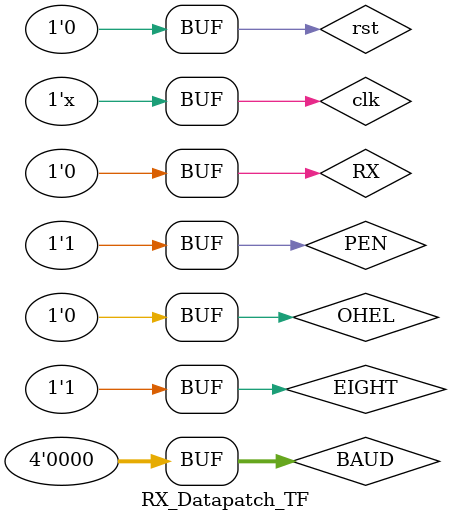
<source format=v>
`timescale 1ns / 1ps


module RX_Datapatch_TF;

	// Inputs
	reg clk;
	reg rst;
	reg EIGHT;
	reg PEN;
	reg OHEL;
	reg [3:0] BAUD;
	reg RX;

	// Outputs
	wire TX;
	wire [15:0] LED;

	// Instantiate the Unit Under Test (UUT)
	Top_Level uut (
		.clk(clk), 
		.rst(rst), 
		.EIGHT(EIGHT), 
		.PEN(PEN), 
		.OHEL(OHEL), 
		.BAUD(BAUD), 
		.RX(RX), 
		.TX(TX), 
		.LED(LED)
	);
	
	always #5 clk = ~clk;

	initial begin
		// Initialize Inputs
		clk = 0;
		rst = 1;
		EIGHT = 0;
		PEN = 0;
		OHEL = 0;
		BAUD = 0;
		RX = 0;

		// Wait 100 ns for global reset to finish
		#100 rst = 0;
			  EIGHT = 1;
			  PEN = 1;
        
		// Add stimulus here

	end
      
endmodule


</source>
